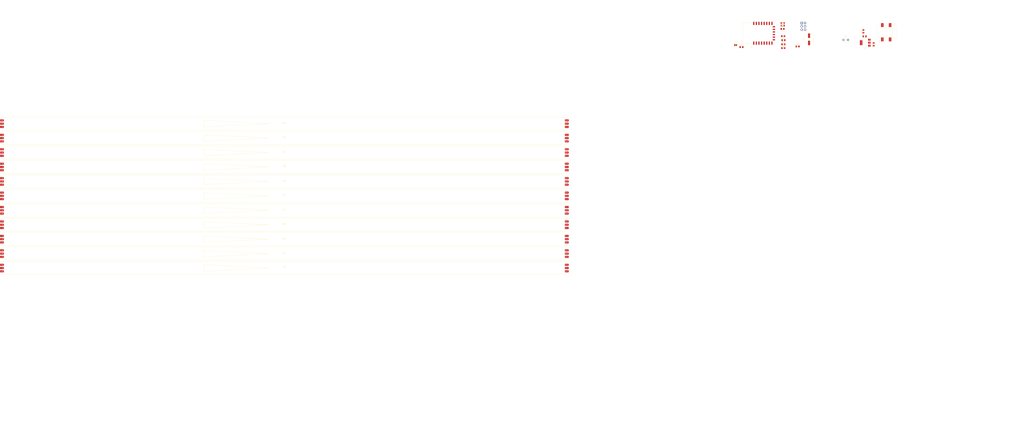
<source format=kicad_pcb>
(kicad_pcb (version 20211014) (generator pcbnew)
  (layers (0 "F.Cu" signal) (31 "B.Cu" signal) (34 "B.Paste" user) (35 "F.Paste" user) (36 "B.SilkS" user "B.Silkscreen") (37 "F.SilkS" user "F.Silkscreen") (38 "B.Mask" user) (39 "F.Mask" user) (44 "Edge.Cuts" user))
  (net 0 "")
  (net 1 "+5V")
  (net 2 "GND")
  (net 3 "+3V3")
  (net 4 "/Flash")
  (net 5 "Net-(J2-Pad4)")
  (net 6 "/Reset")
  (net 7 "Net-(J2-Pad6)")
  (net 8 "Net-(JP1-Pad1)")
  (net 9 "Net-(JP1-Pad2)")
  (net 10 "Net-(R1-Pad2)")
  (net 11 "Net-(R3-Pad2)")
  (net 12 "Net-(R6-Pad1)")
  (net 13 "Net-(R8-Pad2)")
  (net 14 "Net-(R9-Pad2)")
  (net 27 "Net-(S1-Pad4)")
  (net 28 "Net-(S2-Pad2)")
  (net 29 "Net-(S2-Pad4)")
  (net 30 "Net-(S3-Pad2)")
  (net 31 "Net-(S3-Pad4)")
  (net 32 "Net-(S4-Pad2)")
  (net 33 "Net-(S10-Pad2)")
  (net 34 "Net-(S10-Pad4)")
  (net 35 "Net-(S11-Pad2)")
  (net 36 "Net-(S11-Pad4)")
  (footprint "Resistor_SMD:R_0805_2012Metric_Pad1.20x1.40mm_HandSolder" (layer "F.Cu") (at 70.825 -35.425)
    (fp_text reference "R10" (at 0 -1.65) (layer "F.SilkS"))
    (fp_text value "330")
    (fp_line (start -0.227064 -0.735) (end 0.227064 -0.735) (layer "F.SilkS") (width 0.12))
    (fp_line (start -0.227064 0.735) (end 0.227064 0.735) (layer "F.SilkS") (width 0.12))
    (pad "1" smd roundrect locked (at -1 0) (size 1.2 1.4) (layers "F.Cu" "F.Paste" "F.Mask") (roundrect_rratio 0.208333) (net 8 "Net-(JP1-Pad1)"))
    (pad "2" smd roundrect locked (at 1 0) (size 1.2 1.4) (layers "F.Cu" "F.Paste" "F.Mask") (roundrect_rratio 0.208333) (net 5 "Net-(J2-Pad4)"))
  )
  (footprint "woordklok_footprint:WS2812_ledstrip_30leds_meter" (layer "F.Cu") (at -280.825 123.635)
    (fp_text reference "S4" (at 0 -0.5 unlocked) (layer "F.SilkS"))
    (fp_text value "WS2812_ledstrip")
    (fp_line (start -62.1 -2.5) (end -12.1 0) (layer "F.SilkS") (width 0.12))
    (fp_line (start -216.65 -5) (end -216.65 5) (layer "F.SilkS") (width 0.12))
    (fp_line (start -62.1 2.5) (end -62.1 -2.5) (layer "F.SilkS") (width 0.12))
    (fp_line (start 216.65 -5) (end 216.65 5) (layer "F.SilkS") (width 0.12))
    (fp_line (start -216.65 -5) (end 216.65 -5) (layer "F.SilkS") (width 0.12))
    (fp_line (start -216.65 5) (end 216.65 5) (layer "F.SilkS") (width 0.12))
    (fp_line (start -12.1 0) (end -62.1 2.5) (layer "F.SilkS") (width 0.12))
    (pad "1" smd roundrect (at -217.3 -2.5) (size 3 1.7) (layers "F.Cu" "F.Paste" "F.Mask") (net 2 "GND"))
    (pad "1" smd roundrect (at 217.25 -2.5) (size 3 1.7) (layers "F.Cu" "F.Paste" "F.Mask") (net 2 "GND"))
    (pad "2" smd roundrect (at -217.3 0) (size 3 1.7) (layers "F.Cu" "F.Paste" "F.Mask") (net 32 "Net-(S4-Pad2)"))
    (pad "3" smd roundrect (at -217.3 2.5) (size 3 1.7) (layers "F.Cu" "F.Paste" "F.Mask") (net 1 "+5V"))
    (pad "3" smd roundrect (at 217.25 2.5) (size 3 1.7) (layers "F.Cu" "F.Paste" "F.Mask") (net 1 "+5V"))
    (pad "4" smd roundrect (at 217.25 0) (size 3 1.7) (layers "F.Cu" "F.Paste" "F.Mask") (net 33 "Net-(S10-Pad2)"))
  )
  (footprint "Diode_SMD:D_0805_2012Metric_Pad1.15x1.40mm_HandSolder" (layer "F.Cu") (at 165.575 -43.675 180)
    (fp_text reference "D1" (at 0 -1.65) (layer "F.SilkS"))
    (fp_text value "D_Schottky")
    (fp_line (start 1 -0.96) (end -1.86 -0.96) (layer "F.SilkS") (width 0.12))
    (fp_line (start -1.86 -0.96) (end -1.86 0.96) (layer "F.SilkS") (width 0.12))
    (fp_line (start -1.86 0.96) (end 1 0.96) (layer "F.SilkS") (width 0.12))
    (pad "1" smd roundrect locked (at -1.025 0 180) (size 1.15 1.4) (layers "F.Cu" "F.Paste" "F.Mask") (roundrect_rratio 0.217391) (net 1 "+5V"))
    (pad "2" smd roundrect locked (at 1.025 0 180) (size 1.15 1.4) (layers "F.Cu" "F.Paste" "F.Mask") (roundrect_rratio 0.217391) (net 3 "+3V3"))
  )
  (footprint "woordklok_footprint:WS2812_ledstrip_30leds_meter" (layer "F.Cu") (at -280.825 101.395)
    (fp_text reference "S10" (at 0 -0.5 unlocked) (layer "F.SilkS"))
    (fp_text value "WS2812_ledstrip")
    (fp_line (start 216.65 -5) (end 216.65 5) (layer "F.SilkS") (width 0.12))
    (fp_line (start -62.1 -2.5) (end -12.1 0) (layer "F.SilkS") (width 0.12))
    (fp_line (start -12.1 0) (end -62.1 2.5) (layer "F.SilkS") (width 0.12))
    (fp_line (start -216.65 -5) (end 216.65 -5) (layer "F.SilkS") (width 0.12))
    (fp_line (start -216.65 -5) (end -216.65 5) (layer "F.SilkS") (width 0.12))
    (fp_line (start -216.65 5) (end 216.65 5) (layer "F.SilkS") (width 0.12))
    (fp_line (start -62.1 2.5) (end -62.1 -2.5) (layer "F.SilkS") (width 0.12))
    (pad "1" smd roundrect (at -217.3 -2.5) (size 3 1.7) (layers "F.Cu" "F.Paste" "F.Mask") (net 2 "GND"))
    (pad "1" smd roundrect (at 217.25 -2.5) (size 3 1.7) (layers "F.Cu" "F.Paste" "F.Mask") (net 2 "GND"))
    (pad "2" smd roundrect (at -217.3 0) (size 3 1.7) (layers "F.Cu" "F.Paste" "F.Mask") (net 33 "Net-(S10-Pad2)"))
    (pad "3" smd roundrect (at -217.3 2.5) (size 3 1.7) (layers "F.Cu" "F.Paste" "F.Mask") (net 1 "+5V"))
    (pad "3" smd roundrect (at 217.25 2.5) (size 3 1.7) (layers "F.Cu" "F.Paste" "F.Mask") (net 1 "+5V"))
    (pad "4" smd roundrect (at 217.25 0) (size 3 1.7) (layers "F.Cu" "F.Paste" "F.Mask") (net 34 "Net-(S10-Pad4)"))
  )
  (footprint "Capacitor_SMD:C_0805_2012Metric_Pad1.18x1.45mm_HandSolder" (layer "F.Cu") (at 172.525 -37.5375 -90)
    (fp_text reference "C3" (at 0 -1.68 90) (layer "F.SilkS"))
    (fp_text value "10uF")
    (fp_line (start -0.261252 -0.735) (end 0.261252 -0.735) (layer "F.SilkS") (width 0.12))
    (fp_line (start -0.261252 0.735) (end 0.261252 0.735) (layer "F.SilkS") (width 0.12))
    (pad "1" smd roundrect locked (at -1.0375 0 270) (size 1.175 1.45) (layers "F.Cu" "F.Paste" "F.Mask") (roundrect_rratio 0.212766) (net 3 "+3V3"))
    (pad "2" smd roundrect locked (at 1.0375 0 270) (size 1.175 1.45) (layers "F.Cu" "F.Paste" "F.Mask") (roundrect_rratio 0.212766) (net 2 "GND"))
  )
  (footprint "woordklok_footprint:WS2812_ledstrip_30leds_meter" (layer "F.Cu") (at -280.825 34.675)
    (fp_text reference "S5" (at 0 -0.5 unlocked) (layer "F.SilkS"))
    (fp_text value "WS2812_ledstrip")
    (fp_line (start -12.1 0) (end -62.1 2.5) (layer "F.SilkS") (width 0.12))
    (fp_line (start -216.65 5) (end 216.65 5) (layer "F.SilkS") (width 0.12))
    (fp_line (start -62.1 -2.5) (end -12.1 0) (layer "F.SilkS") (width 0.12))
    (fp_line (start -216.65 -5) (end -216.65 5) (layer "F.SilkS") (width 0.12))
    (fp_line (start 216.65 -5) (end 216.65 5) (layer "F.SilkS") (width 0.12))
    (fp_line (start -62.1 2.5) (end -62.1 -2.5) (layer "F.SilkS") (width 0.12))
    (fp_line (start -216.65 -5) (end 216.65 -5) (layer "F.SilkS") (width 0.12))
    (pad "1" smd roundrect (at 217.25 -2.5) (size 3 1.7) (layers "F.Cu" "F.Paste" "F.Mask") (net 2 "GND"))
    (pad "1" smd roundrect (at -217.3 -2.5) (size 3 1.7) (layers "F.Cu" "F.Paste" "F.Mask") (net 2 "GND"))
    (pad "2" smd roundrect (at -217.3 0) (size 3 1.7) (layers "F.Cu" "F.Paste" "F.Mask") (net 34 "Net-(S10-Pad4)"))
    (pad "3" smd roundrect (at -217.3 2.5) (size 3 1.7) (layers "F.Cu" "F.Paste" "F.Mask") (net 1 "+5V"))
    (pad "3" smd roundrect (at 217.25 2.5) (size 3 1.7) (layers "F.Cu" "F.Paste" "F.Mask") (net 1 "+5V"))
    (pad "4" smd roundrect (at 217.25 0) (size 3 1.7) (layers "F.Cu" "F.Paste" "F.Mask") (net 35 "Net-(S11-Pad2)"))
  )
  (footprint "Resistor_SMD:R_0805_2012Metric_Pad1.20x1.40mm_HandSolder" (layer "F.Cu") (at 102.55 -53.95 180)
    (fp_text reference "R4" (at 0 -1.65) (layer "F.SilkS"))
    (fp_text value "100k")
    (fp_line (start -0.227064 0.735) (end 0.227064 0.735) (layer "F.SilkS") (width 0.12))
    (fp_line (start -0.227064 -0.735) (end 0.227064 -0.735) (layer "F.SilkS") (width 0.12))
    (pad "1" smd roundrect locked (at -1 0 180) (size 1.2 1.4) (layers "F.Cu" "F.Paste" "F.Mask") (roundrect_rratio 0.208333) (net 11 "Net-(R3-Pad2)"))
    (pad "2" smd roundrect locked (at 1 0 180) (size 1.2 1.4) (layers "F.Cu" "F.Paste" "F.Mask") (roundrect_rratio 0.208333) (net 2 "GND"))
  )
  (footprint "woordklok_footprint:WS2812_ledstrip_30leds_meter" (layer "F.Cu") (at -280.825 56.915)
    (fp_text reference "S8" (at 0 -0.5 unlocked) (layer "F.SilkS"))
    (fp_text value "WS2812_ledstrip")
    (fp_line (start 216.65 -5) (end 216.65 5) (layer "F.SilkS") (width 0.12))
    (fp_line (start -216.65 5) (end 216.65 5) (layer "F.SilkS") (width 0.12))
    (fp_line (start -12.1 0) (end -62.1 2.5) (layer "F.SilkS") (width 0.12))
    (fp_line (start -62.1 -2.5) (end -12.1 0) (layer "F.SilkS") (width 0.12))
    (fp_line (start -62.1 2.5) (end -62.1 -2.5) (layer "F.SilkS") (width 0.12))
    (fp_line (start -216.65 -5) (end -216.65 5) (layer "F.SilkS") (width 0.12))
    (fp_line (start -216.65 -5) (end 216.65 -5) (layer "F.SilkS") (width 0.12))
    (pad "1" smd roundrect (at -217.3 -2.5) (size 3 1.7) (layers "F.Cu" "F.Paste" "F.Mask") (net 2 "GND"))
    (pad "1" smd roundrect (at 217.25 -2.5) (size 3 1.7) (layers "F.Cu" "F.Paste" "F.Mask") (net 2 "GND"))
    (pad "2" smd roundrect (at -217.3 0) (size 3 1.7) (layers "F.Cu" "F.Paste" "F.Mask") (net 29 "Net-(S2-Pad4)"))
    (pad "3" smd roundrect (at 217.25 2.5) (size 3 1.7) (layers "F.Cu" "F.Paste" "F.Mask") (net 1 "+5V"))
    (pad "3" smd roundrect (at -217.3 2.5) (size 3 1.7) (layers "F.Cu" "F.Paste" "F.Mask") (net 1 "+5V"))
    (pad "4" smd roundrect (at 217.25 0) (size 3 1.7) (layers "F.Cu" "F.Paste" "F.Mask") (net 30 "Net-(S3-Pad2)"))
  )
  (footprint "Resistor_SMD:R_0805_2012Metric_Pad1.20x1.40mm_HandSolder" (layer "F.Cu") (at 102.6 -51.975)
    (fp_text reference "R8" (at 0 -1.65) (layer "F.SilkS"))
    (fp_text value "12k")
    (fp_line (start -0.227064 -0.735) (end 0.227064 -0.735) (layer "F.SilkS") (width 0.12))
    (fp_line (start -0.227064 0.735) (end 0.227064 0.735) (layer "F.SilkS") (width 0.12))
    (pad "1" smd roundrect locked (at -1 0) (size 1.2 1.4) (layers "F.Cu" "F.Paste" "F.Mask") (roundrect_rratio 0.208333) (net 3 "+3V3"))
    (pad "2" smd roundrect locked (at 1 0) (size 1.2 1.4) (layers "F.Cu" "F.Paste" "F.Mask") (roundrect_rratio 0.208333) (net 13 "Net-(R8-Pad2)"))
  )
  (footprint "Resistor_SMD:R_0805_2012Metric_Pad1.20x1.40mm_HandSolder" (layer "F.Cu") (at 114.05 -35.925)
    (fp_text reference "R6" (at 0 -1.65) (layer "F.SilkS"))
    (fp_text value "12k")
    (fp_line (start -0.227064 -0.735) (end 0.227064 -0.735) (layer "F.SilkS") (width 0.12))
    (fp_line (start -0.227064 0.735) (end 0.227064 0.735) (layer "F.SilkS") (width 0.12))
    (pad "1" smd roundrect locked (at -1 0) (size 1.2 1.4) (layers "F.Cu" "F.Paste" "F.Mask") (roundrect_rratio 0.208333) (net 12 "Net-(R6-Pad1)"))
    (pad "2" smd roundrect locked (at 1 0) (size 1.2 1.4) (layers "F.Cu" "F.Paste" "F.Mask") (roundrect_rratio 0.208333) (net 3 "+3V3"))
  )
  (footprint "woordklok_footprint:WS2812_ledstrip_30leds_meter" (layer "F.Cu") (at -280.825 134.755)
    (fp_text reference "S3" (at 0 -0.5 unlocked) (layer "F.SilkS"))
    (fp_text value "WS2812_ledstrip")
    (fp_line (start -216.65 -5) (end 216.65 -5) (layer "F.SilkS") (width 0.12))
    (fp_line (start -62.1 -2.5) (end -12.1 0) (layer "F.SilkS") (width 0.12))
    (fp_line (start 216.65 -5) (end 216.65 5) (layer "F.SilkS") (width 0.12))
    (fp_line (start -62.1 2.5) (end -62.1 -2.5) (layer "F.SilkS") (width 0.12))
    (fp_line (start -12.1 0) (end -62.1 2.5) (layer "F.SilkS") (width 0.12))
    (fp_line (start -216.65 5) (end 216.65 5) (layer "F.SilkS") (width 0.12))
    (fp_line (start -216.65 -5) (end -216.65 5) (layer "F.SilkS") (width 0.12))
    (pad "1" smd roundrect (at 217.25 -2.5) (size 3 1.7) (layers "F.Cu" "F.Paste" "F.Mask") (net 2 "GND"))
    (pad "1" smd roundrect (at -217.3 -2.5) (size 3 1.7) (layers "F.Cu" "F.Paste" "F.Mask") (net 2 "GND"))
    (pad "2" smd roundrect (at -217.3 0) (size 3 1.7) (layers "F.Cu" "F.Paste" "F.Mask") (net 30 "Net-(S3-Pad2)"))
    (pad "3" smd roundrect (at 217.25 2.5) (size 3 1.7) (layers "F.Cu" "F.Paste" "F.Mask") (net 1 "+5V"))
    (pad "3" smd roundrect (at -217.3 2.5) (size 3 1.7) (layers "F.Cu" "F.Paste" "F.Mask") (net 1 "+5V"))
    (pad "4" smd roundrect (at 217.25 0) (size 3 1.7) (layers "F.Cu" "F.Paste" "F.Mask") (net 31 "Net-(S3-Pad4)"))
  )
  (footprint "woordklok_footprint:WS2812_ledstrip_30leds_meter" (layer "F.Cu") (at -280.825 112.515)
    (fp_text reference "S2" (at 0 -0.5 unlocked) (layer "F.SilkS"))
    (fp_text value "WS2812_ledstrip")
    (fp_line (start -216.65 5) (end 216.65 5) (layer "F.SilkS") (width 0.12))
    (fp_line (start -216.65 -5) (end -216.65 5) (layer "F.SilkS") (width 0.12))
    (fp_line (start -216.65 -5) (end 216.65 -5) (layer "F.SilkS") (width 0.12))
    (fp_line (start 216.65 -5) (end 216.65 5) (layer "F.SilkS") (width 0.12))
    (fp_line (start -62.1 -2.5) (end -12.1 0) (layer "F.SilkS") (width 0.12))
    (fp_line (start -12.1 0) (end -62.1 2.5) (layer "F.SilkS") (width 0.12))
    (fp_line (start -62.1 2.5) (end -62.1 -2.5) (layer "F.SilkS") (width 0.12))
    (pad "1" smd roundrect (at 217.25 -2.5) (size 3 1.7) (layers "F.Cu" "F.Paste" "F.Mask") (net 2 "GND"))
    (pad "1" smd roundrect (at -217.3 -2.5) (size 3 1.7) (layers "F.Cu" "F.Paste" "F.Mask") (net 2 "GND"))
    (pad "2" smd roundrect (at -217.3 0) (size 3 1.7) (layers "F.Cu" "F.Paste" "F.Mask") (net 28 "Net-(S2-Pad2)"))
    (pad "3" smd roundrect (at 217.25 2.5) (size 3 1.7) (layers "F.Cu" "F.Paste" "F.Mask") (net 1 "+5V"))
    (pad "3" smd roundrect (at -217.3 2.5) (size 3 1.7) (layers "F.Cu" "F.Paste" "F.Mask") (net 1 "+5V"))
    (pad "4" smd roundrect (at 217.25 0) (size 3 1.7) (layers "F.Cu" "F.Paste" "F.Mask") (net 29 "Net-(S2-Pad4)"))
  )
  (footprint "woordklok_footprint:WS2812_ledstrip_30leds_meter" (layer "F.Cu") (at -280.825 45.795)
    (fp_text reference "S9" (at 0 -0.5 unlocked) (layer "F.SilkS"))
    (fp_text value "WS2812_ledstrip")
    (fp_line (start -62.1 -2.5) (end -12.1 0) (layer "F.SilkS") (width 0.12))
    (fp_line (start -216.65 5) (end 216.65 5) (layer "F.SilkS") (width 0.12))
    (fp_line (start -216.65 -5) (end 216.65 -5) (layer "F.SilkS") (width 0.12))
    (fp_line (start 216.65 -5) (end 216.65 5) (layer "F.SilkS") (width 0.12))
    (fp_line (start -216.65 -5) (end -216.65 5) (layer "F.SilkS") (width 0.12))
    (fp_line (start -62.1 2.5) (end -62.1 -2.5) (layer "F.SilkS") (width 0.12))
    (fp_line (start -12.1 0) (end -62.1 2.5) (layer "F.SilkS") (width 0.12))
    (pad "1" smd roundrect (at -217.3 -2.5) (size 3 1.7) (layers "F.Cu" "F.Paste" "F.Mask") (net 2 "GND"))
    (pad "1" smd roundrect (at 217.25 -2.5) (size 3 1.7) (layers "F.Cu" "F.Paste" "F.Mask") (net 2 "GND"))
    (pad "2" smd roundrect (at -217.3 0) (size 3 1.7) (layers "F.Cu" "F.Paste" "F.Mask") (net 31 "Net-(S3-Pad4)"))
    (pad "3" smd roundrect (at -217.3 2.5) (size 3 1.7) (layers "F.Cu" "F.Paste" "F.Mask") (net 1 "+5V"))
    (pad "3" smd roundrect (at 217.25 2.5) (size 3 1.7) (layers "F.Cu" "F.Paste" "F.Mask") (net 1 "+5V"))
    (pad "4" smd roundrect (at 217.25 0) (size 3 1.7) (layers "F.Cu" "F.Paste" "F.Mask") (net 32 "Net-(S4-Pad2)"))
  )
  (footprint "Resistor_SMD:R_0805_2012Metric_Pad1.20x1.40mm_HandSolder" (layer "F.Cu") (at 102.975 -34.65)
    (fp_text reference "R3" (at 0 -1.65) (layer "F.SilkS"))
    (fp_text value "220k")
    (fp_line (start -0.227064 -0.735) (end 0.227064 -0.735) (layer "F.SilkS") (width 0.12))
    (fp_line (start -0.227064 0.735) (end 0.227064 0.735) (layer "F.SilkS") (width 0.12))
    (pad "1" smd roundrect locked (at -1 0) (size 1.2 1.4) (layers "F.Cu" "F.Paste" "F.Mask") (roundrect_rratio 0.208333) (net 10 "Net-(R1-Pad2)"))
    (pad "2" smd roundrect locked (at 1 0) (size 1.2 1.4) (layers "F.Cu" "F.Paste" "F.Mask") (roundrect_rratio 0.208333) (net 11 "Net-(R3-Pad2)"))
  )
  (footprint "Connector_BarrelJack:BarrelJack_CLIFF_FC681465S_SMT_Horizontal" (layer "F.Cu") (at 182.175 -46.875 180)
    (fp_text reference "J1" (at -6.5 6.5) (layer "F.SilkS"))
    (fp_text value "Conn_01x02_Female")
    (fp_line (start -1.5 -4.56) (end 1.5 -4.56) (layer "F.SilkS") (width 0.12))
    (fp_line (start -4.8 3) (end 0 3) (layer "F.SilkS") (width 0.12))
    (fp_line (start 6.81 4.56) (end 6.81 -4.56) (layer "F.SilkS") (width 0.12))
    (fp_line (start -8.11 4.56) (end -8.11 -4.56) (layer "F.SilkS") (width 0.12))
    (fp_line (start 4.5 4.56) (end 6.81 4.56) (layer "F.SilkS") (width 0.12))
    (fp_line (start -8.11 -4.56) (end -4.5 -4.56) (layer "F.SilkS") (width 0.12))
    (fp_line (start 4.5 -4.56) (end 6.81 -4.56) (layer "F.SilkS") (width 0.12))
    (fp_line (start -8.11 4.56) (end -4.5 4.56) (layer "F.SilkS") (width 0.12))
    (fp_line (start -2.92 -7.26) (end -4.26 -7.26) (layer "F.SilkS") (width 0.12))
    (fp_line (start -4.26 -7.26) (end -4.26 -5.36) (layer "F.SilkS") (width 0.12))
    (fp_line (start -4.8 4.56) (end -4.8 -4.56) (layer "F.SilkS") (width 0.12))
    (fp_line (start -1.5 4.56) (end 1.5 4.56) (layer "F.SilkS") (width 0.12))
    (fp_line (start -4.8 -3) (end 0 -3) (layer "F.SilkS") (width 0.12))
    (fp_arc (start 0 -3) (mid 3 0) (end 0 3) (layer "F.SilkS") (width 0.12))
    (pad "" np_thru_hole circle locked (at 1.5 0 270) (size 2 2) (drill 2) (layers *.Cu *.Mask))
    (pad "" np_thru_hole oval locked (at -2.9 0 270) (size 2 1.5) (drill oval 2 1.5) (layers *.Cu *.Mask))
    (pad "1" smd rect locked (at -3 -5.5 270) (size 3 2) (layers "F.Cu" "F.Paste" "F.Mask") (net 1 "+5V"))
    (pad "1" smd rect locked (at 3 -5.5 270) (size 3 2) (layers "F.Cu" "F.Paste" "F.Mask") (net 1 "+5V"))
    (pad "2" smd rect locked (at 3 5.5 270) (size 3 2) (layers "F.Cu" "F.Paste" "F.Mask") (net 2 "GND"))
    (pad "3" smd rect locked (at -3 5.5 270) (size 3 2) (layers "F.Cu" "F.Paste" "F.Mask") (net 2 "GND"))
  )
  (footprint "Capacitor_SMD:C_0805_2012Metric_Pad1.18x1.45mm_HandSolder" (layer "F.Cu") (at 164.6 -47.55 90)
    (fp_text reference "C1" (at 0 -1.68 90) (layer "F.SilkS"))
    (fp_text value "10uF")
    (fp_line (start -0.261252 -0.735) (end 0.261252 -0.735) (layer "F.SilkS") (width 0.12))
    (fp_line (start -0.261252 0.735) (end 0.261252 0.735) (layer "F.SilkS") (width 0.12))
    (pad "1" smd roundrect locked (at -1.0375 0 90) (size 1.175 1.45) (layers "F.Cu" "F.Paste" "F.Mask") (roundrect_rratio 0.212766) (net 1 "+5V"))
    (pad "2" smd roundrect locked (at 1.0375 0 90) (size 1.175 1.45) (layers "F.Cu" "F.Paste" "F.Mask") (roundrect_rratio 0.212766) (net 2 "GND"))
  )
  (footprint "woordklok_footprint:WS2812_ledstrip_30leds_meter" (layer "F.Cu") (at -280.825 68.035)
    (fp_text reference "S6" (at 0 -0.5 unlocked) (layer "F.SilkS"))
    (fp_text value "WS2812_ledstrip")
    (fp_line (start -62.1 2.5) (end -62.1 -2.5) (layer "F.SilkS") (width 0.12))
    (fp_line (start -62.1 -2.5) (end -12.1 0) (layer "F.SilkS") (width 0.12))
    (fp_line (start 216.65 -5) (end 216.65 5) (layer "F.SilkS") (width 0.12))
    (fp_line (start -12.1 0) (end -62.1 2.5) (layer "F.SilkS") (width 0.12))
    (fp_line (start -216.65 -5) (end -216.65 5) (layer "F.SilkS") (width 0.12))
    (fp_line (start -216.65 -5) (end 216.65 -5) (layer "F.SilkS") (width 0.12))
    (fp_line (start -216.65 5) (end 216.65 5) (layer "F.SilkS") (width 0.12))
    (pad "1" smd roundrect (at -217.3 -2.5) (size 3 1.7) (layers "F.Cu" "F.Paste" "F.Mask") (net 2 "GND"))
    (pad "1" smd roundrect (at 217.25 -2.5) (size 3 1.7) (layers "F.Cu" "F.Paste" "F.Mask") (net 2 "GND"))
    (pad "2" smd roundrect (at -217.3 0) (size 3 1.7) (layers "F.Cu" "F.Paste" "F.Mask") (net 36 "Net-(S11-Pad4)"))
    (pad "3" smd roundrect (at 217.25 2.5) (size 3 1.7) (layers "F.Cu" "F.Paste" "F.Mask") (net 1 "+5V"))
    (pad "3" smd roundrect (at -217.3 2.5) (size 3 1.7) (layers "F.Cu" "F.Paste" "F.Mask") (net 1 "+5V"))
    (pad "4" smd roundrect (at 217.25 0) (size 3 1.7) (layers "F.Cu" "F.Paste" "F.Mask"))
  )
  (footprint "Resistor_SMD:R_0805_2012Metric_Pad1.20x1.40mm_HandSolder" (layer "F.Cu") (at 102.4 -49.425 180)
    (fp_text reference "R9" (at 0 -1.65) (layer "F.SilkS"))
    (fp_text value "12k")
    (fp_line (start -0.227064 0.735) (end 0.227064 0.735) (layer "F.SilkS") (width 0.12))
    (fp_line (start -0.227064 -0.735) (end 0.227064 -0.735) (layer "F.SilkS") (width 0.12))
    (pad "1" smd roundrect locked (at -1 0 180) (size 1.2 1.4) (layers "F.Cu" "F.Paste" "F.Mask") (roundrect_rratio 0.208333) (net 2 "GND"))
    (pad "2" smd roundrect locked (at 1 0 180) (size 1.2 1.4) (layers "F.Cu" "F.Paste" "F.Mask") (roundrect_rratio 0.208333) (net 14 "Net-(R9-Pad2)"))
  )
  (footprint "woordklok_footprint:WS2812_ledstrip_30leds_meter" (layer "F.Cu") (at -280.825 23.555)
    (fp_text reference "S11" (at 0 -0.5 unlocked) (layer "F.SilkS"))
    (fp_text value "WS2812_ledstrip")
    (fp_line (start -216.65 5) (end 216.65 5) (layer "F.SilkS") (width 0.12))
    (fp_line (start -216.65 -5) (end -216.65 5) (layer "F.SilkS") (width 0.12))
    (fp_line (start -62.1 -2.5) (end -12.1 0) (layer "F.SilkS") (width 0.12))
    (fp_line (start 216.65 -5) (end 216.65 5) (layer "F.SilkS") (width 0.12))
    (fp_line (start -62.1 2.5) (end -62.1 -2.5) (layer "F.SilkS") (width 0.12))
    (fp_line (start -216.65 -5) (end 216.65 -5) (layer "F.SilkS") (width 0.12))
    (fp_line (start -12.1 0) (end -62.1 2.5) (layer "F.SilkS") (width 0.12))
    (pad "1" smd roundrect (at -217.3 -2.5) (size 3 1.7) (layers "F.Cu" "F.Paste" "F.Mask") (net 2 "GND"))
    (pad "1" smd roundrect (at 217.25 -2.5) (size 3 1.7) (layers "F.Cu" "F.Paste" "F.Mask") (net 2 "GND"))
    (pad "2" smd roundrect (at -217.3 0) (size 3 1.7) (layers "F.Cu" "F.Paste" "F.Mask") (net 35 "Net-(S11-Pad2)"))
    (pad "3" smd roundrect (at 217.25 2.5) (size 3 1.7) (layers "F.Cu" "F.Paste" "F.Mask") (net 1 "+5V"))
    (pad "3" smd roundrect (at -217.3 2.5) (size 3 1.7) (layers "F.Cu" "F.Paste" "F.Mask") (net 1 "+5V"))
    (pad "4" smd roundrect (at 217.25 0) (size 3 1.7) (layers "F.Cu" "F.Paste" "F.Mask") (net 36 "Net-(S11-Pad4)"))
  )
  (footprint "Resistor_SMD:R_0805_2012Metric_Pad1.20x1.40mm_HandSolder" (layer "F.Cu") (at 103.05 -37.55 180)
    (fp_text reference "R1" (at 0 -1.65) (layer "F.SilkS"))
    (fp_text value "100k")
    (fp_line (start -0.227064 0.735) (end 0.227064 0.735) (layer "F.SilkS") (width 0.12))
    (fp_line (start -0.227064 -0.735) (end 0.227064 -0.735) (layer "F.SilkS") (width 0.12))
    (pad "1" smd roundrect locked (at -1 0 180) (size 1.2 1.4) (layers "F.Cu" "F.Paste" "F.Mask") (roundrect_rratio 0.208333) (net 3 "+3V3"))
    (pad "2" smd roundrect locked (at 1 0 180) (size 1.2 1.4) (layers "F.Cu" "F.Paste" "F.Mask") (roundrect_rratio 0.208333) (net 10 "Net-(R1-Pad2)"))
  )
  (footprint "woordklok_footprint:WS2812_ledstrip_30leds_meter" (layer "F.Cu") (at -280.825 90.275)
    (fp_text reference "S1" (at 0 -0.5 unlocked) (layer "F.SilkS"))
    (fp_text value "WS2812_ledstrip")
    (fp_line (start -216.65 5) (end 216.65 5) (layer "F.SilkS") (width 0.12))
    (fp_line (start -62.1 2.5) (end -62.1 -2.5) (layer "F.SilkS") (width 0.12))
    (fp_line (start -62.1 -2.5) (end -12.1 0) (layer "F.SilkS") (width 0.12))
    (fp_line (start -216.65 -5) (end -216.65 5) (layer "F.SilkS") (width 0.12))
    (fp_line (start -216.65 -5) (end 216.65 -5) (layer "F.SilkS") (width 0.12))
    (fp_line (start 216.65 -5) (end 216.65 5) (layer "F.SilkS") (width 0.12))
    (fp_line (start -12.1 0) (end -62.1 2.5) (layer "F.SilkS") (width 0.12))
    (pad "1" smd roundrect (at 217.25 -2.5) (size 3 1.7) (layers "F.Cu" "F.Paste" "F.Mask") (net 2 "GND"))
    (pad "1" smd roundrect (at -217.3 -2.5) (size 3 1.7) (layers "F.Cu" "F.Paste" "F.Mask") (net 2 "GND"))
    (pad "2" smd roundrect (at -217.3 0) (size 3 1.7) (layers "F.Cu" "F.Paste" "F.Mask") (net 9 "Net-(JP1-Pad2)"))
    (pad "3" smd roundrect (at -217.3 2.5) (size 3 1.7) (layers "F.Cu" "F.Paste" "F.Mask") (net 1 "+5V"))
    (pad "3" smd roundrect (at 217.25 2.5) (size 3 1.7) (layers "F.Cu" "F.Paste" "F.Mask") (net 1 "+5V"))
    (pad "4" smd roundrect (at 217.25 0) (size 3 1.7) (layers "F.Cu" "F.Paste" "F.Mask") (net 27 "Net-(S1-Pad4)"))
  )
  (footprint "woordklok_footprint:WS2812_ledstrip_30leds_meter" (layer "F.Cu") (at -280.825 79.155)
    (fp_text reference "S7" (at 0 -0.5 unlocked) (layer "F.SilkS"))
    (fp_text value "WS2812_ledstrip")
    (fp_line (start 216.65 -5) (end 216.65 5) (layer "F.SilkS") (width 0.12))
    (fp_line (start -216.65 -5) (end 216.65 -5) (layer "F.SilkS") (width 0.12))
    (fp_line (start -216.65 -5) (end -216.65 5) (layer "F.SilkS") (width 0.12))
    (fp_line (start -216.65 5) (end 216.65 5) (layer "F.SilkS") (width 0.12))
    (fp_line (start -62.1 2.5) (end -62.1 -2.5) (layer "F.SilkS") (width 0.12))
    (fp_line (start -62.1 -2.5) (end -12.1 0) (layer "F.SilkS") (width 0.12))
    (fp_line (start -12.1 0) (end -62.1 2.5) (layer "F.SilkS") (width 0.12))
    (pad "1" smd roundrect (at 217.25 -2.5) (size 3 1.7) (layers "F.Cu" "F.Paste" "F.Mask") (net 2 "GND"))
    (pad "1" smd roundrect (at -217.3 -2.5) (size 3 1.7) (layers "F.Cu" "F.Paste" "F.Mask") (net 2 "GND"))
    (pad "2" smd roundrect (at -217.3 0) (size 3 1.7) (layers "F.Cu" "F.Paste" "F.Mask") (net 27 "Net-(S1-Pad4)"))
    (pad "3" smd roundrect (at 217.25 2.5) (size 3 1.7) (layers "F.Cu" "F.Paste" "F.Mask") (net 1 "+5V"))
    (pad "3" smd roundrect (at -217.3 2.5) (size 3 1.7) (layers "F.Cu" "F.Paste" "F.Mask") (net 1 "+5V"))
    (pad "4" smd roundrect (at 217.25 0) (size 3 1.7) (layers "F.Cu" "F.Paste" "F.Mask") (net 28 "Net-(S2-Pad2)"))
  )
  (footprint "Jumper:SolderJumper-2_P1.3mm_Open_RoundedPad1.0x1.5mm" (layer "F.Cu") (at 66.3 -36.975)
    (fp_text reference "JP1" (at 0 -1.8) (layer "F.SilkS"))
    (fp_text value "ledstrip")
    (fp_line (start -1.4 0.3) (end -1.4 -0.3) (layer "F.SilkS") (width 0.12))
    (fp_line (start -0.7 -1) (end 0.7 -1) (layer "F.SilkS") (width 0.12))
    (fp_line (start 0.7 1) (end -0.7 1) (layer "F.SilkS") (width 0.12))
    (fp_line (start 1.4 -0.3) (end 1.4 0.3) (layer "F.SilkS") (width 0.12))
    (fp_arc (start -0.7 1) (mid -1.194975 0.794975) (end -1.4 0.3) (layer "F.SilkS") (width 0.12))
    (fp_arc (start 1.4 0.3) (mid 1.194975 0.794975) (end 0.7 1) (layer "F.SilkS") (width 0.12))
    (fp_arc (start 0.7 -1) (mid 1.194975 -0.794975) (end 1.4 -0.3) (layer "F.SilkS") (width 0.12))
    (fp_arc (start -1.4 -0.3) (mid -1.194975 -0.794975) (end -0.7 -1) (layer "F.SilkS") (width 0.12))
    (pad "1" smd custom locked (at -0.65 0) (size 1 0.5) (layers "F.Cu" "F.Mask") (net 8 "Net-(JP1-Pad1)") (options (clearance outline) (anchor rect)) (primitives (gr_circle (center 0 0.25) (end 0.5 0.25) (width 0) (fill yes)) (gr_circle (center 0 -0.25) (end 0.5 -0.25) (width 0) (fill yes)) (gr_poly (pts (xy 0.5 0.75) (xy 0 0.75) (xy 0 -0.75) (xy 0.5 -0.75)) (width 0) (fill yes))))
    (pad "2" smd custom locked (at 0.65 0) (size 1 0.5) (layers "F.Cu" "F.Mask") (net 9 "Net-(JP1-Pad2)") (options (clearance outline) (anchor rect)) (primitives (gr_circle (center 0 0.25) (end 0.5 0.25) (width 0) (fill yes)) (gr_circle (center 0 -0.25) (end 0.5 -0.25) (width 0) (fill yes)) (gr_poly (pts (xy 0 0.75) (xy -0.5 0.75) (xy -0.5 -0.75) (xy 0 -0.75)) (width 0) (fill yes))))
  )
  (footprint "Connector_PinHeader_2.54mm:PinHeader_2x03_P2.54mm_Vertical" (layer "F.Cu") (at 117.175 -53.95)
    (fp_text reference "J2" (at 1.27 -2.33) (layer "F.SilkS"))
    (fp_text value "Conn_02x03")
    (fp_line (start 3.87 -1.33) (end 3.87 6.41) (layer "F.SilkS") (width 0.12))
    (fp_line (start -1.33 1.27) (end 1.27 1.27) (layer "F.SilkS") (width 0.12))
    (fp_line (start -1.33 1.27) (end -1.33 6.41) (layer "F.SilkS") (width 0.12))
    (fp_line (start 1.27 -1.33) (end 3.87 -1.33) (layer "F.SilkS") (width 0.12))
    (fp_line (start -1.33 -1.33) (end 0 -1.33) (layer "F.SilkS") (width 0.12))
    (fp_line (start -1.33 0) (end -1.33 -1.33) (layer "F.SilkS") (width 0.12))
    (fp_line (start 1.27 1.27) (end 1.27 -1.33) (layer "F.SilkS") (width 0.12))
    (fp_line (start -1.33 6.41) (end 3.87 6.41) (layer "F.SilkS") (width 0.12))
    (pad "1" thru_hole rect locked (at 0 0) (size 1.7 1.7) (drill 1) (layers *.Cu *.Mask) (net 3 "+3V3"))
    (pad "2" thru_hole oval locked (at 2.54 0) (size 1.7 1.7) (drill 1) (layers *.Cu *.Mask) (net 4 "/Flash"))
    (pad "3" thru_hole oval locked (at 0 2.54) (size 1.7 1.7) (drill 1) (layers *.Cu *.Mask) (net 2 "GND"))
    (pad "4" thru_hole oval locked (at 2.54 2.54) (size 1.7 1.7) (drill 1) (layers *.Cu *.Mask) (net 5 "Net-(J2-Pad4)"))
    (pad "5" thru_hole oval locked (at 0 5.08) (size 1.7 1.7) (drill 1) (layers *.Cu *.Mask) (net 6 "/Reset"))
    (pad "6" thru_hole oval locked (at 2.54 5.08) (size 1.7 1.7) (drill 1) (layers *.Cu *.Mask) (net 7 "Net-(J2-Pad6)"))
  )
  (footprint "Resistor_SMD:R_0805_2012Metric_Pad1.20x1.40mm_HandSolder" (layer "F.Cu") (at 103.125 -40.775 180)
    (fp_text reference "R7" (at 0 -1.65) (layer "F.SilkS"))
    (fp_text value "12k")
    (fp_line (start -0.227064 0.735) (end 0.227064 0.735) (layer "F.SilkS") (width 0.12))
    (fp_line (start -0.227064 -0.735) (end 0.227064 -0.735) (layer "F.SilkS") (width 0.12))
    (pad "1" smd roundrect locked (at -1 0 180) (size 1.2 1.4) (layers "F.Cu" "F.Paste" "F.Mask") (roundrect_rratio 0.208333) (net 3 "+3V3"))
    (pad "2" smd roundrect locked (at 1 0 180) (size 1.2 1.4) (layers "F.Cu" "F.Paste" "F.Mask") (roundrect_rratio 0.208333) (net 4 "/Flash"))
  )
  (footprint "Capacitor_SMD:CP_Elec_6.3x5.4" (layer "F.Cu") (at 122.825 -41.425 90)
    (fp_text reference "C2" (at 0 -4.35 90) (layer "F.SilkS"))
    (fp_text value "10uF")
    (fp_line (start -4.04375 -2.24125) (end -4.04375 -1.45375) (layer "F.SilkS") (width 0.12))
    (fp_line (start -3.41 -2.345563) (end -2.345563 -3.41) (layer "F.SilkS") (width 0.12))
    (fp_line (start -2.345563 3.41) (end 3.41 3.41) (layer "F.SilkS") (width 0.12))
    (fp_line (start 3.41 3.41) (end 3.41 1.06) (layer "F.SilkS") (width 0.12))
    (fp_line (start -2.345563 -3.41) (end 3.41 -3.41) (layer "F.SilkS") (width 0.12))
    (fp_line (start -4.4375 -1.8475) (end -3.65 -1.8475) (layer "F.SilkS") (width 0.12))
    (fp_line (start -3.41 2.345563) (end -3.41 1.06) (layer "F.SilkS") (width 0.12))
    (fp_line (start -3.41 -2.345563) (end -3.41 -1.06) (layer "F.SilkS") (width 0.12))
    (fp_line (start 3.41 -3.41) (end 3.41 -1.06) (layer "F.SilkS") (width 0.12))
    (fp_line (start -3.41 2.345563) (end -2.345563 3.41) (layer "F.SilkS") (width 0.12))
    (pad "1" smd roundrect locked (at -2.8 0 90) (size 3.5 1.6) (layers "F.Cu" "F.Paste" "F.Mask") (roundrect_rratio 0.15625) (net 3 "+3V3"))
    (pad "2" smd roundrect locked (at 2.8 0 90) (size 3.5 1.6) (layers "F.Cu" "F.Paste" "F.Mask") (roundrect_rratio 0.15625) (net 2 "GND"))
  )
  (footprint "OptoDevice:R_LDR_5.1x4.3mm_P3.4mm_Vertical" (layer "F.Cu") (at 149.35 -41)
    (fp_text reference "R2" (at 1.7 -2.9) (layer "F.SilkS"))
    (fp_text value "LDR")
    (fp_line (start 0.15 -2.15) (end 3.2 -2.15) (layer "F.SilkS") (width 0.12))
    (fp_line (start 0.15 2.15) (end 3.2 2.15) (layer "F.SilkS") (width 0.12))
    (fp_arc (start 3.2 -2.15) (mid 4.321403 -0.027338) (end 3.244513 2.118249) (layer "F.SilkS") (width 0.12))
    (fp_arc (start 0.15 2.15) (mid -0.950438 -0.013368) (end 0.171766 -2.165525) (layer "F.SilkS") (width 0.12))
    (pad "1" thru_hole circle locked (at 0 0) (size 1.5 1.5) (drill 0.8) (layers *.Cu *.Mask) (net 10 "Net-(R1-Pad2)"))
    (pad "2" thru_hole circle locked (at 3.4 0) (size 1.5 1.5) (drill 0.8) (layers *.Cu *.Mask) (net 2 "GND"))
  )
  (footprint "Resistor_SMD:R_0805_2012Metric_Pad1.20x1.40mm_HandSolder" (layer "F.Cu") (at 102.875 -43.85 180)
    (fp_text reference "R5" (at 0 -1.65) (layer "F.SilkS"))
    (fp_text value "12k")
    (fp_line (start -0.227064 -0.735) (end 0.227064 -0.735) (layer "F.SilkS") (width 0.12))
    (fp_line (start -0.227064 0.735) (end 0.227064 0.735) (layer "F.SilkS") (width 0.12))
    (pad "1" smd roundrect locked (at -1 0 180) (size 1.2 1.4) (layers "F.Cu" "F.Paste" "F.Mask") (roundrect_rratio 0.208333) (net 6 "/Reset"))
    (pad "2" smd roundrect locked (at 1 0 180) (size 1.2 1.4) (layers "F.Cu" "F.Paste" "F.Mask") (roundrect_rratio 0.208333) (net 3 "+3V3"))
  )
  (footprint "Package_TO_SOT_SMD:SOT-223-3_TabPin2" (layer "F.Cu") (at 166.05 -38.825 180)
    (fp_text reference "U1" (at 0 -4.5) (layer "F.SilkS"))
    (fp_text value "AMS1117-3.3")
    (fp_line (start -1.85 3.41) (end 1.91 3.41) (layer "F.SilkS") (width 0.12))
    (fp_line (start 1.91 -3.41) (end 1.91 -2.15) (layer "F.SilkS") (width 0.12))
    (fp_line (start 1.91 3.41) (end 1.91 2.15) (layer "F.SilkS") (width 0.12))
    (fp_line (start -4.1 -3.41) (end 1.91 -3.41) (layer "F.SilkS") (width 0.12))
    (pad "1" smd rect locked (at -3.15 -2.3 180) (size 2 1.5) (layers "F.Cu" "F.Paste" "F.Mask") (net 2 "GND"))
    (pad "2" smd rect locked (at 3.15 0 180) (size 2 3.8) (layers "F.Cu" "F.Paste" "F.Mask") (net 3 "+3V3"))
    (pad "2" smd rect locked (at -3.15 0 180) (size 2 1.5) (layers "F.Cu" "F.Paste" "F.Mask") (net 3 "+3V3"))
    (pad "3" smd rect locked (at -3.15 2.3 180) (size 2 1.5) (layers "F.Cu" "F.Paste" "F.Mask") (net 1 "+5V"))
  )
  (footprint "RF_Module:ESP-12E" (layer "F.Cu") (at 83.775 -46.075 90)
    (fp_text reference "U2" (at -10.56 -5.26 90) (layer "F.SilkS"))
    (fp_text value "ESP-12E")
    (fp_line (start 8.12 12.12) (end 6 12.12) (layer "F.SilkS") (width 0.12))
    (fp_line (start 8.12 -12.12) (end 8.12 -4.5) (layer "F.SilkS") (width 0.12))
    (fp_line (start -6 12.12) (end -8.12 12.12) (layer "F.SilkS") (width 0.12))
    (fp_line (start -8.12 12.12) (end -8.12 11.5) (layer "F.SilkS") (width 0.12))
    (fp_line (start -8.12 -12.12) (end 8.12 -12.12) (layer "F.SilkS") (width 0.12))
    (fp_line (start -8.12 -4.5) (end -8.73 -4.5) (layer "F.SilkS") (width 0.12))
    (fp_line (start 8.12 11.5) (end 8.12 12.12) (layer "F.SilkS") (width 0.12))
    (fp_line (start -8.12 -4.5) (end -8.12 -12.12) (layer "F.SilkS") (width 0.12))
    (pad "1" smd rect locked (at -7.6 -3.5 90) (size 2.5 1) (layers "F.Cu" "F.Paste" "F.Mask") (net 6 "/Reset"))
    (pad "2" smd rect locked (at -7.6 -1.5 90) (size 2.5 1) (layers "F.Cu" "F.Paste" "F.Mask") (net 11 "Net-(R3-Pad2)"))
    (pad "3" smd rect locked (at -7.6 0.5 90) (size 2.5 1) (layers "F.Cu" "F.Paste" "F.Mask") (net 12 "Net-(R6-Pad1)"))
    (pad "4" smd rect locked (at -7.6 2.5 90) (size 2.5 1) (layers "F.Cu" "F.Paste" "F.Mask"))
    (pad "5" smd rect locked (at -7.6 4.5 90) (size 2.5 1) (layers "F.Cu" "F.Paste" "F.Mask"))
    (pad "6" smd rect locked (at -7.6 6.5 90) (size 2.5 1) (layers "F.Cu" "F.Paste" "F.Mask"))
    (pad "7" smd rect locked (at -7.6 8.5 90) (size 2.5 1) (layers "F.Cu" "F.Paste" "F.Mask"))
    (pad "8" smd rect locked (at -7.6 10.5 90) (size 2.5 1) (layers "F.Cu" "F.Paste" "F.Mask") (net 3 "+3V3"))
    (pad "9" smd rect locked (at -5 12 90) (size 1 1.8) (layers "F.Cu" "F.Paste" "F.Mask"))
    (pad "10" smd rect locked (at -3 12 90) (size 1 1.8) (layers "F.Cu" "F.Paste" "F.Mask"))
    (pad "11" smd rect locked (at -1 12 90) (size 1 1.8) (layers "F.Cu" "F.Paste" "F.Mask"))
    (pad "12" smd rect locked (at 1 12 90) (size 1 1.8) (layers "F.Cu" "F.Paste" "F.Mask"))
    (pad "13" smd rect locked (at 3 12 90) (size 1 1.8) (layers "F.Cu" "F.Paste" "F.Mask"))
    (pad "14" smd rect locked (at 5 12 90) (size 1 1.8) (layers "F.Cu" "F.Paste" "F.Mask"))
    (pad "15" smd rect locked (at 7.6 10.5 90) (size 2.5 1) (layers "F.Cu" "F.Paste" "F.Mask") (net 2 "GND"))
    (pad "16" smd rect locked (at 7.6 8.5 90) (size 2.5 1) (layers "F.Cu" "F.Paste" "F.Mask") (net 14 "Net-(R9-Pad2)"))
    (pad "17" smd rect locked (at 7.6 6.5 90) (size 2.5 1) (layers "F.Cu" "F.Paste" "F.Mask") (net 13 "Net-(R8-Pad2)"))
    (pad "18" smd rect locked (at 7.6 4.5 90) (size 2.5 1) (layers "F.Cu" "F.Paste" "F.Mask") (net 4 "/Flash"))
    (pad "19" smd rect locked (at 7.6 2.5 90) (size 2.5 1) (layers "F.Cu" "F.Paste" "F.Mask"))
    (pad "20" smd rect locked (at 7.6 0.5 90) (size 2.5 1) (layers "F.Cu" "F.Paste" "F.Mask"))
    (pad "21" smd rect locked (at 7.6 -1.5 90) (size 2.5 1) (layers "F.Cu" "F.Paste" "F.Mask") (net 5 "Net-(J2-Pad4)"))
    (pad "22" smd rect locked (at 7.6 -3.5 90) (size 2.5 1) (layers "F.Cu" "F.Paste" "F.Mask") (net 7 "Net-(J2-Pad6)"))
  )
)
</source>
